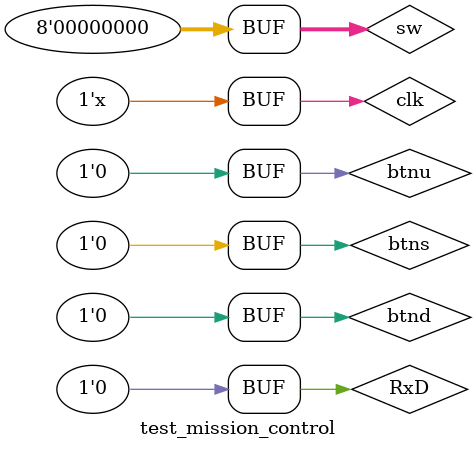
<source format=v>
`timescale 1ns / 1ps

module test_mission_control;

	// Inputs
	reg clk = 0;
	reg [7:0] sw;
	reg btns;
	reg btnu;
	reg btnd;
	reg RxD;

	// Outputs
	wire TxD;
	wire [7:0] Led;
	//wire [6:0] seg;
	//wire [3:0] an;

	// Instantiate the Unit Under Test (UUT)
	mission_control uut (
		.clk(clk), 
		.sw(sw),
		.btns(btns),
		.btnu(btnu), 
		.btnd(btnd), 
		.RxD(RxD), 
		.TxD(TxD), 
		.Led(Led)
		//.seg(seg), 
		//.an(an)
	);
	
	always #5 clk = ~clk;

	initial begin
		// Initialize Inputs
		clk = 0;
		sw = 0;
		btns = 0;
		btnu = 0;
		btnd = 0;
		RxD = 0;

		// Wait 100 ns for global reset to finish
		#100;
		
		btnu = 1'b1;
		#1000;
		btnu = 1'b0;
		#1000;
        
		sw = 8'h80;
		#100000;
		btns = 1'b1;
		#10000000;
		btns = 1'b0;
		#20000000;
		sw = 8'h00;

	end
      
endmodule


</source>
